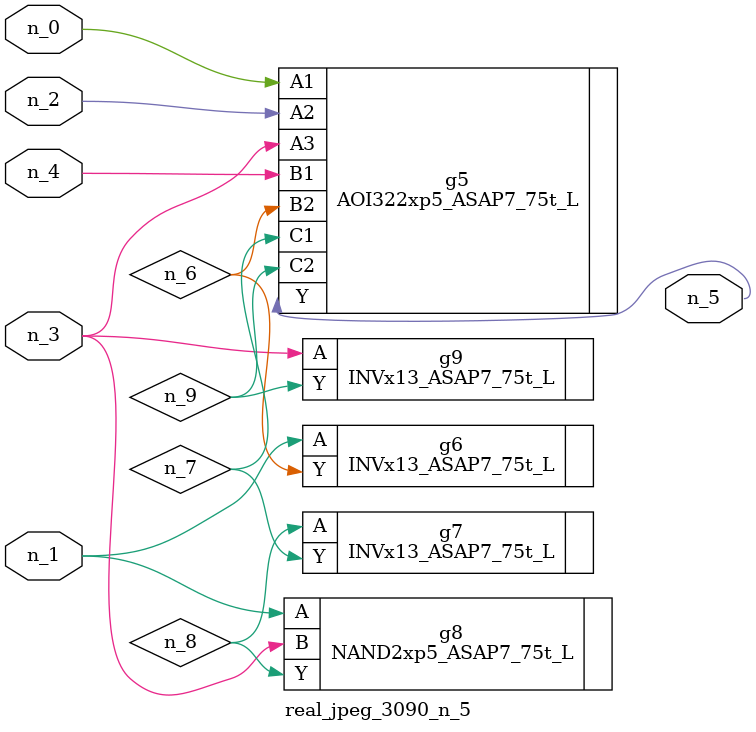
<source format=v>
module real_jpeg_3090_n_5 (n_4, n_0, n_1, n_2, n_3, n_5);

input n_4;
input n_0;
input n_1;
input n_2;
input n_3;

output n_5;

wire n_8;
wire n_6;
wire n_7;
wire n_9;

AOI322xp5_ASAP7_75t_L g5 ( 
.A1(n_0),
.A2(n_2),
.A3(n_3),
.B1(n_4),
.B2(n_6),
.C1(n_7),
.C2(n_9),
.Y(n_5)
);

INVx13_ASAP7_75t_L g6 ( 
.A(n_1),
.Y(n_6)
);

NAND2xp5_ASAP7_75t_L g8 ( 
.A(n_1),
.B(n_3),
.Y(n_8)
);

INVx13_ASAP7_75t_L g9 ( 
.A(n_3),
.Y(n_9)
);

INVx13_ASAP7_75t_L g7 ( 
.A(n_8),
.Y(n_7)
);


endmodule
</source>
